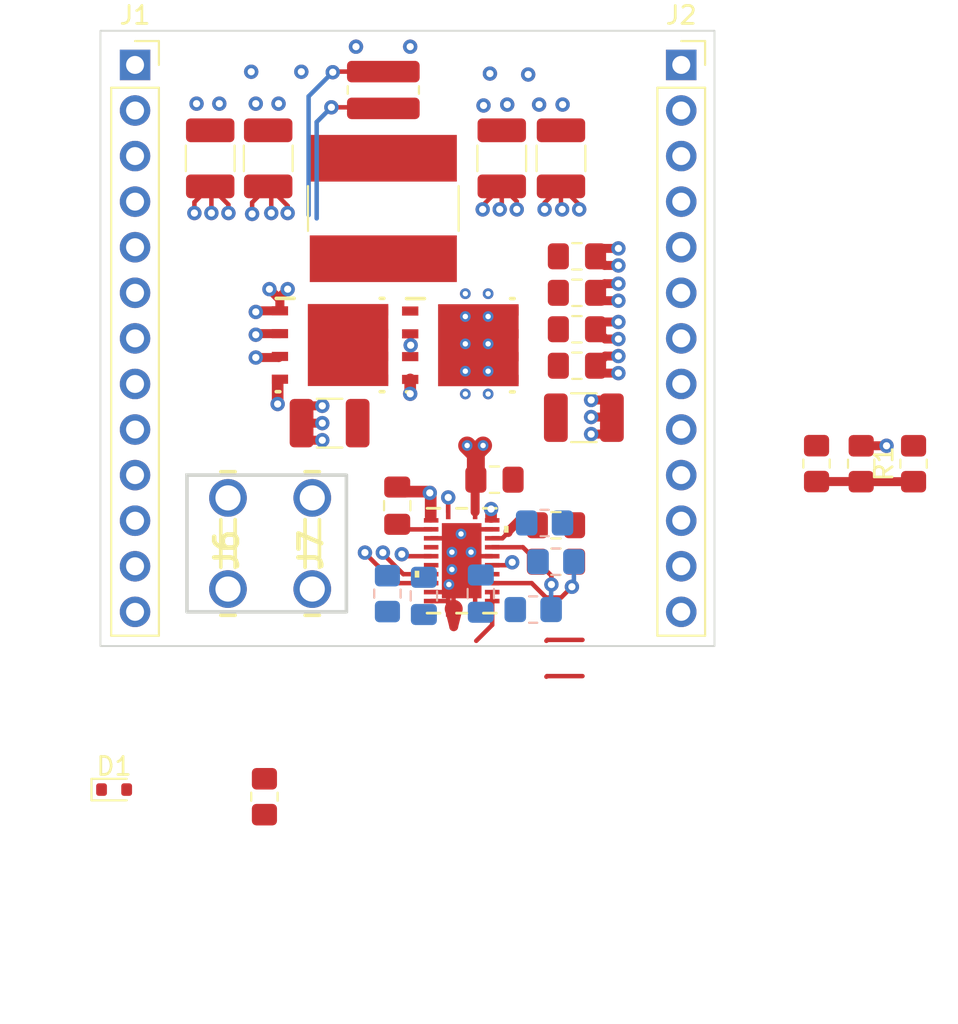
<source format=kicad_pcb>
(kicad_pcb (version 20221018) (generator pcbnew)
  (layers (0 "F.Cu" signal) (1 "In1.Cu" power) (2 "In2.Cu" power) (31 "B.Cu" signal) (34 "B.Paste" user) (35 "F.Paste" user) (36 "B.SilkS" user "B.Silkscreen") (37 "F.SilkS" user "F.Silkscreen") (38 "B.Mask" user) (39 "F.Mask" user) (44 "Edge.Cuts" user))
  (net 0 "")
  (net 1 "GND")
  (net 2 "/5.2V")
  (net 3 "/VDD")
  (net 4 "/24V")
  (net 5 "/~{MCLR}")
  (net 6 "/RA0")
  (net 7 "/RA1")
  (net 8 "/RA2")
  (net 9 "/RA3")
  (net 10 "/RA4")
  (net 11 "/RA5")
  (net 12 "/RA7")
  (net 13 "/RA6")
  (net 14 "/RC0")
  (net 15 "/RC1")
  (net 16 "/RC2")
  (net 17 "/RC3")
  (net 18 "/RC4")
  (net 19 "/RC5")
  (net 20 "/RC6")
  (net 21 "/RC7")
  (net 22 "/ICSP_CLK")
  (net 23 "/ICSP_DAT")
  (net 24 "GNDA")
  (net 25 "Net-(U4B-CBOOT)")
  (net 26 "Net-(U4B-SW)")
  (net 27 "/VDDA")
  (net 28 "Net-(U4B-VCC)")
  (net 29 "Net-(U4A-EXTCOMP)")
  (net 30 "Net-(C27-Pad1)")
  (net 31 "Net-(D1-K)")
  (net 32 "/ISNS+")
  (net 33 "Net-(U4A-HO)")
  (net 34 "unconnected-(Q2-S-Pad3)")
  (net 35 "Net-(U4A-LO)")
  (net 36 "Net-(U4A-FB)")
  (net 37 "Net-(U4A-CNFG)")
  (net 38 "Net-(U4A-RT)")
  (net 44 "/LED_OUT")
  (footprint "Connector_PinSocket_2.54mm:PinSocket_1x13_P2.54mm_Vertical" (layer "F.Cu") (at 165.125 72.136)
    (fp_text reference "J1" (at 0 -2.77) (layer "F.SilkS"))
    (fp_text value "Conn_01x13_Socket")
    (pad "1" thru_hole rect (at 0 0) (size 1.7 1.7) (drill 1) (layers "*.Cu" "*.Mask") (net 2 "/5.2V"))
    (pad "2" thru_hole oval (at 0 2.54) (size 1.7 1.7) (drill 1) (layers "*.Cu" "*.Mask") (net 2 "/5.2V"))
    (pad "3" thru_hole oval (at 0 5.08) (size 1.7 1.7) (drill 1) (layers "*.Cu" "*.Mask") (net 1 "GND"))
    (pad "4" thru_hole oval (at 0 7.62) (size 1.7 1.7) (drill 1) (layers "*.Cu" "*.Mask") (net 3 "/VDD"))
    (pad "5" thru_hole oval (at 0 10.16) (size 1.7 1.7) (drill 1) (layers "*.Cu" "*.Mask") (net 3 "/VDD"))
    (pad "6" thru_hole oval (at 0 12.7) (size 1.7 1.7) (drill 1) (layers "*.Cu" "*.Mask") (net 6 "/RA0"))
    (pad "7" thru_hole oval (at 0 15.24) (size 1.7 1.7) (drill 1) (layers "*.Cu" "*.Mask") (net 7 "/RA1"))
    (pad "8" thru_hole oval (at 0 17.78) (size 1.7 1.7) (drill 1) (layers "*.Cu" "*.Mask") (net 8 "/RA2"))
    (pad "9" thru_hole oval (at 0 20.32) (size 1.7 1.7) (drill 1) (layers "*.Cu" "*.Mask") (net 9 "/RA3"))
    (pad "10" thru_hole oval (at 0 22.86) (size 1.7 1.7) (drill 1) (layers "*.Cu" "*.Mask") (net 10 "/RA4"))
    (pad "11" thru_hole oval (at 0 25.4) (size 1.7 1.7) (drill 1) (layers "*.Cu" "*.Mask") (net 11 "/RA5"))
    (pad "12" thru_hole oval (at 0 27.94) (size 1.7 1.7) (drill 1) (layers "*.Cu" "*.Mask") (net 13 "/RA6"))
    (pad "13" thru_hole oval (at 0 30.48) (size 1.7 1.7) (drill 1) (layers "*.Cu" "*.Mask") (net 12 "/RA7"))
  )
  (footprint "Capacitor_SMD:C_1210_3225Metric_Pad1.33x2.70mm_HandSolder" (layer "F.Cu") (at 190.15055 91.7956)
    (fp_text reference "C26" hide)
    (fp_text value "10uF" hide)
    (pad "1" smd roundrect (at -1.5625 0) (size 1.325 2.7) (layers "F.Cu" "F.Paste" "F.Mask") (roundrect_rratio 0.1886792453) (net 4 "/24V"))
    (pad "2" smd roundrect (at 1.5625 0) (size 1.325 2.7) (layers "F.Cu" "F.Paste" "F.Mask") (roundrect_rratio 0.1886792453) (net 1 "GND"))
  )
  (footprint "Inductor_SMD:L_Bourns-SRN8040_8x8.15mm" (layer "F.Cu") (at 178.9684 80.137 -90)
    (fp_text reference "L1" hide)
    (fp_text value "3.6uH" hide)
    (pad "1" smd rect (at -2.8 0 270) (size 2.6 8.2) (layers "F.Cu" "F.Paste" "F.Mask") (net 32 "/ISNS+"))
    (pad "2" smd rect (at 2.8 0 270) (size 2.6 8.2) (layers "F.Cu" "F.Paste" "F.Mask") (net 26 "Net-(U4B-SW)"))
  )
  (footprint "Capacitor_SMD:C_0805_2012Metric_Pad1.18x1.45mm_HandSolder" (layer "F.Cu") (at 189.764401 82.804)
    (fp_text reference "C14" hide)
    (fp_text value "0.01uF" hide)
    (pad "1" smd roundrect (at -1.0375 0) (size 1.175 1.45) (layers "F.Cu" "F.Paste" "F.Mask") (roundrect_rratio 0.2127659574) (net 4 "/24V"))
    (pad "2" smd roundrect (at 1.0375 0) (size 1.175 1.45) (layers "F.Cu" "F.Paste" "F.Mask") (roundrect_rratio 0.2127659574) (net 1 "GND"))
  )
  (footprint "Capacitor_SMD:C_0805_2012Metric_Pad1.18x1.45mm_HandSolder" (layer "F.Cu") (at 188.595 99.822)
    (fp_text reference "C23" hide)
    (fp_text value "100nF" hide)
    (pad "1" smd roundrect (at -1.0375 0) (size 1.175 1.45) (layers "F.Cu" "F.Paste" "F.Mask") (roundrect_rratio 0.2127659574) (net 27 "/VDDA"))
    (pad "2" smd roundrect (at 1.0375 0) (size 1.175 1.45) (layers "F.Cu" "F.Paste" "F.Mask") (roundrect_rratio 0.2127659574) (net 24 "GNDA"))
  )
  (footprint "Capacitor_SMD:C_0805_2012Metric_Pad1.18x1.45mm_HandSolder" (layer "F.Cu") (at 189.764401 88.9)
    (fp_text reference "C18" hide)
    (fp_text value "0.01uF" hide)
    (pad "1" smd roundrect (at -1.0375 0) (size 1.175 1.45) (layers "F.Cu" "F.Paste" "F.Mask") (roundrect_rratio 0.2127659574) (net 4 "/24V"))
    (pad "2" smd roundrect (at 1.0375 0) (size 1.175 1.45) (layers "F.Cu" "F.Paste" "F.Mask") (roundrect_rratio 0.2127659574) (net 1 "GND"))
  )
  (footprint "Capacitor_SMD:C_1210_3225Metric_Pad1.33x2.70mm_HandSolder" (layer "F.Cu") (at 169.3164 77.343 -90)
    (fp_text reference "C11" hide)
    (fp_text value "47uF" hide)
    (pad "1" smd roundrect (at -1.5625 0 270) (size 1.325 2.7) (layers "F.Cu" "F.Paste" "F.Mask") (roundrect_rratio 0.1886792453) (net 44 "/LED_OUT"))
    (pad "2" smd roundrect (at 1.5625 0 270) (size 1.325 2.7) (layers "F.Cu" "F.Paste" "F.Mask") (roundrect_rratio 0.1886792453) (net 1 "GND"))
  )
  (footprint "Capacitor_SMD:C_1210_3225Metric_Pad1.33x2.70mm_HandSolder" (layer "F.Cu") (at 172.5504 77.343 -90)
    (fp_text reference "C10" hide)
    (fp_text value "47uF" hide)
    (pad "1" smd roundrect (at -1.5625 0 270) (size 1.325 2.7) (layers "F.Cu" "F.Paste" "F.Mask") (roundrect_rratio 0.1886792453) (net 44 "/LED_OUT"))
    (pad "2" smd roundrect (at 1.5625 0 270) (size 1.325 2.7) (layers "F.Cu" "F.Paste" "F.Mask") (roundrect_rratio 0.1886792453) (net 1 "GND"))
  )
  (footprint "Resistor_SMD:R_0805_2012Metric_Pad1.20x1.40mm_HandSolder" (layer "F.Cu") (at 208.534 94.361 90)
    (fp_text reference "R1" (at 0 -1.65 90) (layer "F.SilkS"))
    (fp_text value "22.5k")
    (pad "1" smd roundrect (at -1 0 90) (size 1.2 1.4) (layers "F.Cu" "F.Paste" "F.Mask") (roundrect_rratio 0.208333) (net 36 "Net-(U4A-FB)"))
    (pad "2" smd roundrect (at 1 0 90) (size 1.2 1.4) (layers "F.Cu" "F.Paste" "F.Mask") (roundrect_rratio 0.208333) (net 31 "Net-(D1-K)"))
  )
  (footprint "Capacitor_SMD:C_1210_3225Metric_Pad1.33x2.70mm_HandSolder" (layer "F.Cu") (at 188.8744 77.343 -90)
    (fp_text reference "C16" hide)
    (fp_text value "47uF" hide)
    (pad "1" smd roundrect (at -1.5625 0 270) (size 1.325 2.7) (layers "F.Cu" "F.Paste" "F.Mask") (roundrect_rratio 0.1886792453) (net 44 "/LED_OUT"))
    (pad "2" smd roundrect (at 1.5625 0 270) (size 1.325 2.7) (layers "F.Cu" "F.Paste" "F.Mask") (roundrect_rratio 0.1886792453) (net 1 "GND"))
  )
  (footprint "NetTie:NetTie-2_SMD_Pad0.5mm" (layer "F.Cu") (at 182.893551 102.947269 90)
    (fp_text reference "NT2" hide)
    (fp_text value "NetTie_2" hide)
    (fp_poly (pts (xy -0.5 -0.25) (xy 0.5 -0.5) (xy 0.49 0.5) (xy -0.5 0.25)) (fill solid) (layer "F.Cu"))
    (pad "1" smd circle (at -0.5 0 90) (size 0.5 0.5) (layers "F.Cu") (net 24 "GNDA"))
    (pad "2" smd circle (at 0.5 0 90) (size 1 1) (layers "F.Cu") (net 1 "GND"))
  )
  (footprint "Capacitor_SMD:C_1210_3225Metric_Pad1.33x2.70mm_HandSolder" (layer "F.Cu") (at 175.972201 92.1004 180)
    (fp_text reference "C15" hide)
    (fp_text value "10uF" hide)
    (pad "1" smd roundrect (at -1.5625 0 180) (size 1.325 2.7) (layers "F.Cu" "F.Paste" "F.Mask") (roundrect_rratio 0.1886792453) (net 4 "/24V"))
    (pad "2" smd roundrect (at 1.5625 0 180) (size 1.325 2.7) (layers "F.Cu" "F.Paste" "F.Mask") (roundrect_rratio 0.1886792453) (net 1 "GND"))
  )
  (footprint "Capacitor_SMD:C_0805_2012Metric_Pad1.18x1.45mm_HandSolder" (layer "F.Cu") (at 189.764401 86.868)
    (fp_text reference "C13" hide)
    (fp_text value "0.01uF" hide)
    (pad "1" smd roundrect (at -1.0375 0) (size 1.175 1.45) (layers "F.Cu" "F.Paste" "F.Mask") (roundrect_rratio 0.2127659574) (net 4 "/24V"))
    (pad "2" smd roundrect (at 1.0375 0) (size 1.175 1.45) (layers "F.Cu" "F.Paste" "F.Mask") (roundrect_rratio 0.2127659574) (net 1 "GND"))
  )
  (footprint "FASTON:726386-2" (layer "F.Cu") (at 170.307 98.806 90)
    (fp_text reference "J6" (at -0.349 -0.075 90) (layer "F.SilkS") (effects (font (size 1.27 1.27) (thickness 0.254))))
    (fp_text value "726386-2" hide)
    (pad "1" thru_hole circle (at -2.54 0 90) (size 2.1 2.1) (drill 1.4) (layers "*.Cu" "*.Mask") (net 4 "/24V"))
    (pad "2" thru_hole circle (at 2.54 0 90) (size 2.1 2.1) (drill 1.4) (layers "*.Cu" "*.Mask") (net 4 "/24V"))
  )
  (footprint "NMOS-CSD18514:DQJ0008A" (layer "F.Cu") (at 175.997601 87.746002)
    (fp_text reference "Q2" hide)
    (fp_text value "NMOS" hide)
    (pad "1" smd rect (at -2.795001 -1.905) (size 0.910001 0.509999) (layers "F.Cu" "F.Paste" "F.Mask") (net 1 "GND"))
    (pad "2" smd rect (at -2.795001 -0.635) (size 0.910001 0.509999) (layers "F.Cu" "F.Paste" "F.Mask") (net 1 "GND"))
    (pad "3" smd rect (at -2.795001 0.635) (size 0.910001 0.509999) (layers "F.Cu" "F.Paste" "F.Mask") (net 34 "unconnected-(Q2-S-Pad3)"))
    (pad "4" smd rect (at -2.795001 1.905) (size 0.910001 0.509999) (layers "F.Cu" "F.Paste" "F.Mask") (net 35 "Net-(U4A-LO)"))
    (pad "5" smd rect (at 2.795001 1.905) (size 0.910001 0.509999) (layers "F.Cu" "F.Paste" "F.Mask") (net 26 "Net-(U4B-SW)"))
    (pad "6" smd rect (at 2.795001 0.635) (size 0.910001 0.509999) (layers "F.Cu" "F.Paste" "F.Mask") (net 26 "Net-(U4B-SW)"))
    (pad "7" smd rect (at 2.795001 -0.635) (size 0.910001 0.509999) (layers "F.Cu" "F.Paste" "F.Mask") (net 26 "Net-(U4B-SW)"))
    (pad "8" smd rect (at 2.795001 -1.905) (size 0.910001 0.509999) (layers "F.Cu" "F.Paste" "F.Mask") (net 26 "Net-(U4B-SW)"))
    (pad "9" smd rect (at 1.005002 0) (size 4.490001 4.570001) (layers "F.Cu") (net 26 "Net-(U4B-SW)"))
  )
  (footprint "Resistor_SMD:R_0805_2012Metric_Pad1.20x1.40mm_HandSolder" (layer "F.Cu") (at 203.1238 94.354931 90)
    (fp_text reference "R7" hide)
    (fp_text value "10k" hide)
    (pad "1" smd roundrect (at -1 0 90) (size 1.2 1.4) (layers "F.Cu" "F.Paste" "F.Mask") (roundrect_rratio 0.2083333333) (net 36 "Net-(U4A-FB)"))
    (pad "2" smd roundrect (at 1 0 90) (size 1.2 1.4) (layers "F.Cu" "F.Paste" "F.Mask") (roundrect_rratio 0.2083333333) (net 24 "GNDA"))
  )
  (footprint "Capacitor_SMD:C_0805_2012Metric_Pad1.18x1.45mm_HandSolder" (layer "F.Cu") (at 179.743951 96.698869 90)
    (fp_text reference "C22" hide)
    (fp_text value "100nF" hide)
    (pad "1" smd roundrect (at -1.0375 0 90) (size 1.175 1.45) (layers "F.Cu" "F.Paste" "F.Mask") (roundrect_rratio 0.2127659574) (net 25 "Net-(U4B-CBOOT)"))
    (pad "2" smd roundrect (at 1.0375 0 90) (size 1.175 1.45) (layers "F.Cu" "F.Paste" "F.Mask") (roundrect_rratio 0.2127659574) (net 26 "Net-(U4B-SW)"))
  )
  (footprint "Capacitor_SMD:C_0805_2012Metric_Pad1.18x1.45mm_HandSolder" (layer "F.Cu") (at 185.166 95.25)
    (fp_text reference "C21" hide)
    (fp_text value "470nF" hide)
    (pad "1" smd roundrect (at -1.0375 0) (size 1.175 1.45) (layers "F.Cu" "F.Paste" "F.Mask") (roundrect_rratio 0.2127659574) (net 4 "/24V"))
    (pad "2" smd roundrect (at 1.0375 0) (size 1.175 1.45) (layers "F.Cu" "F.Paste" "F.Mask") (roundrect_rratio 0.2127659574) (net 1 "GND"))
  )
  (footprint "Capacitor_SMD:C_0805_2012Metric_Pad1.18x1.45mm_HandSolder" (layer "F.Cu") (at 188.595 97.79)
    (fp_text reference "C24" hide)
    (fp_text value "4.7uF" hide)
    (pad "1" smd roundrect (at -1.0375 0) (size 1.175 1.45) (layers "F.Cu" "F.Paste" "F.Mask") (roundrect_rratio 0.2127659574) (net 28 "Net-(U4B-VCC)"))
    (pad "2" smd roundrect (at 1.0375 0) (size 1.175 1.45) (layers "F.Cu" "F.Paste" "F.Mask") (roundrect_rratio 0.2127659574) (net 1 "GND"))
  )
  (footprint "Resistor_SMD:R_0805_2012Metric_Pad1.20x1.40mm_HandSolder" (layer "F.Cu") (at 205.613 94.361 -90)
    (fp_text reference "R8" hide)
    (fp_text value "140k" hide)
    (pad "1" smd roundrect (at -1 0 270) (size 1.2 1.4) (layers "F.Cu" "F.Paste" "F.Mask") (roundrect_rratio 0.2083333333) (net 44 "/LED_OUT"))
    (pad "2" smd roundrect (at 1 0 270) (size 1.2 1.4) (layers "F.Cu" "F.Paste" "F.Mask") (roundrect_rratio 0.2083333333) (net 36 "Net-(U4A-FB)"))
  )
  (footprint "NMOS-CSD18514:DQJ0008A" (layer "F.Cu") (at 183.262001 87.757)
    (fp_text reference "Q1" hide)
    (fp_text value "NMOS" hide)
    (pad "1" smd rect (at -2.795001 -1.905) (size 0.910001 0.509999) (layers "F.Cu" "F.Paste" "F.Mask") (net 26 "Net-(U4B-SW)"))
    (pad "2" smd rect (at -2.795001 -0.635) (size 0.910001 0.509999) (layers "F.Cu" "F.Paste" "F.Mask") (net 26 "Net-(U4B-SW)"))
    (pad "3" smd rect (at -2.795001 0.635) (size 0.910001 0.509999) (layers "F.Cu" "F.Paste" "F.Mask") (net 26 "Net-(U4B-SW)"))
    (pad "4" smd rect (at -2.795001 1.905) (size 0.910001 0.509999) (layers "F.Cu" "F.Paste" "F.Mask") (net 33 "Net-(U4A-HO)"))
    (pad "5" smd rect (at 2.795001 1.905) (size 0.910001 0.509999) (layers "F.Cu" "F.Paste" "F.Mask") (net 4 "/24V"))
    (pad "6" smd rect (at 2.795001 0.635) (size 0.910001 0.509999) (layers "F.Cu" "F.Paste" "F.Mask") (net 4 "/24V"))
    (pad "7" smd rect (at 2.795001 -0.635) (size 0.910001 0.509999) (layers "F.Cu" "F.Paste" "F.Mask") (net 4 "/24V"))
    (pad "8" smd rect (at 2.795001 -1.905) (size 0.910001 0.509999) (layers "F.Cu" "F.Paste" "F.Mask") (net 4 "/24V"))
    (pad "9" smd rect (at 1.005002 0) (size 4.490001 4.570001) (layers "F.Cu") (net 4 "/24V"))
  )
  (footprint "LM5148:VQFN24_RGY_TEX" (layer "F.Cu") (at 183.3372 99.7662 180)
    (fp_text reference "U4" hide)
    (fp_text value "LM5148RGYR" hide)
    (pad "1" smd rect (at -0.750001 -2.7178 180) (size 0.254 0.8128) (layers "F.Cu" "F.Paste" "F.Mask"))
    (pad "2" smd rect (at -1.7018 -2.250001 270) (size 0.254 0.8128) (layers "F.Cu" "F.Paste" "F.Mask"))
    (pad "3" smd rect (at -1.7018 -1.749999 270) (size 0.254 0.8128) (layers "F.Cu" "F.Paste" "F.Mask") (net 37 "Net-(U4A-CNFG)"))
    (pad "4" smd rect (at -1.7018 -1.25 270) (size 0.254 0.8128) (layers "F.Cu" "F.Paste" "F.Mask") (net 38 "Net-(U4A-RT)"))
    (pad "5" smd rect (at -1.7018 -0.750001 270) (size 0.254 0.8128) (layers "F.Cu" "F.Paste" "F.Mask") (net 29 "Net-(U4A-EXTCOMP)"))
    (pad "6" smd rect (at -1.7018 -0.25 270) (size 0.254 0.8128) (layers "F.Cu" "F.Paste" "F.Mask") (net 36 "Net-(U4A-FB)"))
    (pad "7" smd rect (at -1.7018 0.25 270) (size 0.254 0.8128) (layers "F.Cu" "F.Paste" "F.Mask") (net 1 "GND"))
    (pad "8" smd rect (at -1.7018 0.750001 270) (size 0.254 0.8128) (layers "F.Cu" "F.Paste" "F.Mask") (net 27 "/VDDA"))
    (pad "9" smd rect (at -1.7018 1.25 270) (size 0.254 0.8128) (layers "F.Cu" "F.Paste" "F.Mask") (net 28 "Net-(U4B-VCC)"))
    (pad "10" smd rect (at -1.7018 1.749999 270) (size 0.254 0.8128) (layers "F.Cu" "F.Paste" "F.Mask") (net 1 "GND"))
    (pad "11" smd rect (at -1.7018 2.250001 270) (size 0.254 0.8128) (layers "F.Cu" "F.Paste" "F.Mask") (net 35 "Net-(U4A-LO)"))
    (pad "12" smd rect (at -0.750001 2.7178 180) (size 0.254 0.8128) (layers "F.Cu" "F.Paste" "F.Mask") (net 4 "/24V"))
    (pad "13" smd rect (at 0.750001 2.7178 180) (size 0.254 0.8128) (layers "F.Cu" "F.Paste" "F.Mask") (net 33 "Net-(U4A-HO)"))
    (pad "14" smd rect (at 1.7018 2.250001 270) (size 0.254 0.8128) (layers "F.Cu" "F.Paste" "F.Mask") (net 26 "Net-(U4B-SW)"))
    (pad "15" smd rect (at 1.7018 1.749999 270) (size 0.254 0.8128) (layers "F.Cu" "F.Paste" "F.Mask") (net 25 "Net-(U4B-CBOOT)"))
    (pad "16" smd rect (at 1.7018 1.25 270) (size 0.254 0.8128) (layers "F.Cu" "F.Paste" "F.Mask") (net 1 "GND"))
    (pad "17" smd rect (at 1.7018 0.750001 270) (size 0.254 0.8128) (layers "F.Cu" "F.Paste" "F.Mask") (net 6 "/RA0"))
    (pad "18" smd rect (at 1.7018 0.25 270) (size 0.254 0.8128) (layers "F.Cu" "F.Paste" "F.Mask") (net 27 "/VDDA"))
    (pad "19" smd rect (at 1.7018 -0.25 270) (size 0.254 0.8128) (layers "F.Cu" "F.Paste" "F.Mask") (net 7 "/RA1"))
    (pad "20" smd rect (at 1.7018 -0.750001 270) (size 0.254 0.8128) (layers "F.Cu" "F.Paste" "F.Mask") (net 32 "/ISNS+"))
    (pad "21" smd rect (at 1.7018 -1.25 270) (size 0.254 0.8128) (layers "F.Cu" "F.Paste" "F.Mask") (net 44 "/LED_OUT"))
    (pad "22" smd rect (at 1.7018 -1.749999 270) (size 0.254 0.8128) (layers "F.Cu" "F.Paste" "F.Mask"))
    (pad "23" smd rect (at 1.7018 -2.250001 270) (size 0.254 0.8128) (layers "F.Cu" "F.Paste" "F.Mask"))
    (pad "24" smd rect (at 0.750001 -2.7178 180) (size 0.254 0.8128) (layers "F.Cu" "F.Paste" "F.Mask"))
    (pad "25" smd rect (at 0 0 180) (size 2.2098 4.191) (layers "F.Cu" "F.Paste" "F.Mask") (net 1 "GND"))
  )
  (footprint "FASTON:726386-2" (layer "F.Cu") (at 175.006 98.806 90)
    (fp_text reference "J7" (at -0.349 -0.075 90) (layer "F.SilkS") (effects (font (size 1.27 1.27) (thickness 0.254))))
    (fp_text value "726386-2" hide)
    (pad "1" thru_hole circle (at -2.54 0 90) (size 2.1 2.1) (drill 1.4) (layers "*.Cu" "*.Mask") (net 1 "GND"))
    (pad "2" thru_hole circle (at 2.54 0 90) (size 2.1 2.1) (drill 1.4) (layers "*.Cu" "*.Mask") (net 1 "GND"))
  )
  (footprint "Diode_SMD:D_SOD-523" (layer "F.Cu") (at 163.957 112.522)
    (fp_text reference "D1" (at 0 -1.3) (layer "F.SilkS"))
    (fp_text value "1N4448")
    (pad "1" smd roundrect (at -0.7 0 180) (size 0.6 0.7) (layers "F.Cu" "F.Paste" "F.Mask") (net 31 "Net-(D1-K)"))
    (pad "2" smd roundrect (at 0.7 0 180) (size 0.6 0.7) (layers "F.Cu" "F.Paste" "F.Mask") (net 8 "/RA2"))
  )
  (footprint "Capacitor_SMD:C_0805_2012Metric_Pad1.18x1.45mm_HandSolder" (layer "F.Cu") (at 189.764401 84.836)
    (fp_text reference "C12" hide)
    (fp_text value "0.01uF" hide)
    (pad "1" smd roundrect (at -1.0375 0) (size 1.175 1.45) (layers "F.Cu" "F.Paste" "F.Mask") (roundrect_rratio 0.2127659574) (net 4 "/24V"))
    (pad "2" smd roundrect (at 1.0375 0) (size 1.175 1.45) (layers "F.Cu" "F.Paste" "F.Mask") (roundrect_rratio 0.2127659574) (net 1 "GND"))
  )
  (footprint "Resistor_SMD:R_0815_2038Metric_Pad1.20x4.05mm_HandSolder" (layer "F.Cu") (at 178.9684 73.533 -90)
    (fp_text reference "R3" hide)
    (fp_text value "10m" hide)
    (pad "1" smd roundrect (at -1.025 0 270) (size 1.2 4.05) (layers "F.Cu" "F.Paste" "F.Mask") (roundrect_rratio 0.2083333333) (net 44 "/LED_OUT"))
    (pad "2" smd roundrect (at 1.025 0 270) (size 1.2 4.05) (layers "F.Cu" "F.Paste" "F.Mask") (roundrect_rratio 0.2083333333) (net 32 "/ISNS+"))
  )
  (footprint "Connector_PinSocket_2.54mm:PinSocket_1x13_P2.54mm_Vertical" (layer "F.Cu") (at 195.58 72.136)
    (fp_text reference "J2" (at 0 -2.77) (layer "F.SilkS"))
    (fp_text value "Conn_01x13_Socket")
    (pad "1" thru_hole rect (at 0 0) (size 1.7 1.7) (drill 1) (layers "*.Cu" "*.Mask") (net 5 "/~{MCLR}"))
    (pad "2" thru_hole oval (at 0 2.54) (size 1.7 1.7) (drill 1) (layers "*.Cu" "*.Mask") (net 3 "/VDD"))
    (pad "3" thru_hole oval (at 0 5.08) (size 1.7 1.7) (drill 1) (layers "*.Cu" "*.Mask") (net 1 "GND"))
    (pad "4" thru_hole oval (at 0 7.62) (size 1.7 1.7) (drill 1) (layers "*.Cu" "*.Mask") (net 23 "/ICSP_DAT"))
    (pad "5" thru_hole oval (at 0 10.16) (size 1.7 1.7) (drill 1) (layers "*.Cu" "*.Mask") (net 22 "/ICSP_CLK"))
    (pad "6" thru_hole oval (at 0 12.7) (size 1.7 1.7) (drill 1) (layers "*.Cu" "*.Mask") (net 21 "/RC7"))
    (pad "7" thru_hole oval (at 0 15.24) (size 1.7 1.7) (drill 1) (layers "*.Cu" "*.Mask") (net 20 "/RC6"))
    (pad "8" thru_hole oval (at 0 17.78) (size 1.7 1.7) (drill 1) (layers "*.Cu" "*.Mask") (net 19 "/RC5"))
    (pad "9" thru_hole oval (at 0 20.32) (size 1.7 1.7) (drill 1) (layers "*.Cu" "*.Mask") (net 18 "/RC4"))
    (pad "10" thru_hole oval (at 0 22.86) (size 1.7 1.7) (drill 1) (layers "*.Cu" "*.Mask") (net 14 "/RC0"))
    (pad "11" thru_hole oval (at 0 25.4) (size 1.7 1.7) (drill 1) (layers "*.Cu" "*.Mask") (net 15 "/RC1"))
    (pad "12" thru_hole oval (at 0 27.94) (size 1.7 1.7) (drill 1) (layers "*.Cu" "*.Mask") (net 16 "/RC2"))
    (pad "13" thru_hole oval (at 0 30.48) (size 1.7 1.7) (drill 1) (layers "*.Cu" "*.Mask") (net 17 "/RC3"))
  )
  (footprint "Capacitor_SMD:C_1210_3225Metric_Pad1.33x2.70mm_HandSolder" (layer "F.Cu") (at 185.5724 77.343 -90)
    (fp_text reference "C17" hide)
    (fp_text value "47uF" hide)
    (pad "1" smd roundrect (at -1.5625 0 270) (size 1.325 2.7) (layers "F.Cu" "F.Paste" "F.Mask") (roundrect_rratio 0.1886792453) (net 44 "/LED_OUT"))
    (pad "2" smd roundrect (at 1.5625 0 270) (size 1.325 2.7) (layers "F.Cu" "F.Paste" "F.Mask") (roundrect_rratio 0.1886792453) (net 1 "GND"))
  )
  (footprint "Resistor_SMD:R_0805_2012Metric_Pad1.20x1.40mm_HandSolder" (layer "F.Cu") (at 172.339 112.919 90)
    (fp_text reference "R6" hide)
    (fp_text value "100k" hide)
    (pad "1" smd roundrect (at -1 0 90) (size 1.2 1.4) (layers "F.Cu" "F.Paste" "F.Mask") (roundrect_rratio 0.2083333333) (net 3 "/VDD"))
    (pad "2" smd roundrect (at 1 0 90) (size 1.2 1.4) (layers "F.Cu" "F.Paste" "F.Mask") (roundrect_rratio 0.2083333333) (net 6 "/RA0"))
  )
  (footprint "Resistor_SMD:R_0805_2012Metric_Pad1.20x1.40mm_HandSolder" (layer "B.Cu") (at 187.325 102.489 180)
    (fp_text reference "R9" hide)
    (fp_text value "10k" hide)
    (pad "1" smd roundrect (at -1 0 180) (size 1.2 1.4) (layers "B.Cu" "B.Paste" "B.Mask") (roundrect_rratio 0.2083333333) (net 27 "/VDDA"))
    (pad "2" smd roundrect (at 1 0 180) (size 1.2 1.4) (layers "B.Cu" "B.Paste" "B.Mask") (roundrect_rratio 0.2083333333) (net 29 "Net-(U4A-EXTCOMP)"))
  )
  (footprint "Resistor_SMD:R_0805_2012Metric_Pad1.20x1.40mm_HandSolder" (layer "B.Cu") (at 179.197 101.6 -90)
    (fp_text reference "R5" hide)
    (fp_text value "10k" hide)
    (pad "1" smd roundrect (at -1 0 270) (size 1.2 1.4) (layers "B.Cu" "B.Paste" "B.Mask") (roundrect_rratio 0.2083333333) (net 29 "Net-(U4A-EXTCOMP)"))
    (pad "2" smd roundrect (at 1 0 270) (size 1.2 1.4) (layers "B.Cu" "B.Paste" "B.Mask") (roundrect_rratio 0.2083333333) (net 30 "Net-(C27-Pad1)"))
  )
  (footprint "Capacitor_SMD:C_0805_2012Metric_Pad1.18x1.45mm_HandSolder" (layer "B.Cu") (at 181.229 101.727 90)
    (fp_text reference "C27" hide)
    (fp_text value "2.7nF" hide)
    (pad "1" smd roundrect (at -1.0375 0 90) (size 1.175 1.45) (layers "B.Cu" "B.Paste" "B.Mask") (roundrect_rratio 0.2127659574) (net 30 "Net-(C27-Pad1)"))
    (pad "2" smd roundrect (at 1.0375 0 90) (size 1.175 1.45) (layers "B.Cu" "B.Paste" "B.Mask") (roundrect_rratio 0.2127659574) (net 24 "GNDA"))
  )
  (footprint "Resistor_SMD:R_0805_2012Metric_Pad1.20x1.40mm_HandSolder" (layer "B.Cu") (at 187.96 97.663)
    (fp_text reference "R4" hide)
    (fp_text value "41.2k" hide)
    (pad "1" smd roundrect (at -1 0) (size 1.2 1.4) (layers "B.Cu" "B.Paste" "B.Mask") (roundrect_rratio 0.2083333333) (net 24 "GNDA"))
    (pad "2" smd roundrect (at 1 0) (size 1.2 1.4) (layers "B.Cu" "B.Paste" "B.Mask") (roundrect_rratio 0.2083333333) (net 37 "Net-(U4A-CNFG)"))
  )
  (footprint "Resistor_SMD:R_0805_2012Metric_Pad1.20x1.40mm_HandSolder" (layer "B.Cu") (at 188.595 99.822 180)
    (fp_text reference "Rt1" hide)
    (fp_text value "35.7k" hide)
    (pad "1" smd roundrect (at -1 0 180) (size 1.2 1.4) (layers "B.Cu" "B.Paste" "B.Mask") (roundrect_rratio 0.2083333333) (net 38 "Net-(U4A-RT)"))
    (pad "2" smd roundrect (at 1 0 180) (size 1.2 1.4) (layers "B.Cu" "B.Paste" "B.Mask") (roundrect_rratio 0.2083333333) (net 24 "GNDA"))
  )
  (footprint "Capacitor_SMD:C_0805_2012Metric_Pad1.18x1.45mm_HandSolder" (layer "B.Cu") (at 184.404 101.6 90)
    (fp_text reference "C25" hide)
    (fp_text value "22p" hide)
    (pad "1" smd roundrect (at -1.0375 0 90) (size 1.175 1.45) (layers "B.Cu" "B.Paste" "B.Mask") (roundrect_rratio 0.2127659574) (net 29 "Net-(U4A-EXTCOMP)"))
    (pad "2" smd roundrect (at 1.0375 0 90) (size 1.175 1.45) (layers "B.Cu" "B.Paste" "B.Mask") (roundrect_rratio 0.2127659574) (net 24 "GNDA"))
  )
  (gr_rect (start 163.195 70.231) (end 197.4342 104.521) (stroke (width 0.1)) (fill none) (layer "Edge.Cuts"))
  (gr_rect (start 168.021 94.996) (end 176.911 102.616) (stroke (width 0.2)) (fill none) (layer "Edge.Cuts"))
  (segment (start 185.039 101.516199) (end 185.039 102.016201) (width 0.25) (layer "F.Cu") (net 0))
  (via (at 184.912 72.6186) (size 0.8) (drill 0.4) (layers "F.Cu" "B.Cu") (net 0))
  (via (at 187.6552 74.3458) (size 0.8) (drill 0.4) (layers "F.Cu" "B.Cu") (net 0))
  (via (at 169.8244 74.295) (size 0.8) (drill 0.4) (layers "F.Cu" "B.Cu") (net 0))
  (via (at 168.5544 74.295) (size 0.8) (drill 0.4) (layers "F.Cu" "B.Cu") (net 0))
  (via (at 184.5564 74.3966) (size 0.8) (drill 0.4) (layers "F.Cu" "B.Cu") (net 0))
  (via (at 185.8772 74.3458) (size 0.8) (drill 0.4) (layers "F.Cu" "B.Cu") (net 0))
  (via (at 180.467 71.12) (size 0.8) (drill 0.4) (layers "F.Cu" "B.Cu") (net 0))
  (via (at 171.8564 74.295) (size 0.8) (drill 0.4) (layers "F.Cu" "B.Cu") (net 0))
  (via (at 173.1264 74.295) (size 0.8) (drill 0.4) (layers "F.Cu" "B.Cu") (net 0))
  (via (at 174.3964 72.517) (size 0.8) (drill 0.4) (layers "F.Cu" "B.Cu") (net 0))
  (via (at 177.4444 71.12) (size 0.8) (drill 0.4) (layers "F.Cu" "B.Cu") (net 0))
  (via (at 171.6024 72.517) (size 0.8) (drill 0.4) (layers "F.Cu" "B.Cu") (net 0))
  (via (at 188.9656 74.3458) (size 0.8) (drill 0.4) (layers "F.Cu" "B.Cu") (net 0))
  (via (at 187.0456 72.6694) (size 0.8) (drill 0.4) (layers "F.Cu" "B.Cu") (net 0))
  (segment (start 184.508394 79.969506) (end 185.5724 78.9055) (width 0.25) (layer "F.Cu") (net 1))
  (segment (start 173.2026 87.111002) (end 171.919199 87.111002) (width 0.5) (layer "F.Cu") (net 1))
  (segment (start 182.88 100.2234) (end 183.3372 99.7662) (width 0.25) (layer "F.Cu") (net 1))
  (segment (start 184.355599 98.016201) (end 185.039 98.016201) (width 0.25) (layer "F.Cu") (net 1))
  (segment (start 174.448201 91.1352) (end 175.565801 91.1352) (width 0.5) (layer "F.Cu") (net 1))
  (segment (start 170.3324 79.9215) (end 169.3164 78.9055) (width 0.25) (layer "F.Cu") (net 1))
  (segment (start 174.409701 92.1004) (end 174.409701 91.1983) (width 0.5) (layer "F.Cu") (net 1))
  (segment (start 186.4084 80.1878) (end 186.4084 79.7415) (width 0.25) (layer "F.Cu") (net 1))
  (segment (start 171.6532 80.4418) (end 171.6532 79.8027) (width 0.25) (layer "F.Cu") (net 1))
  (segment (start 189.8904 80.1878) (end 189.8904 79.9215) (width 0.25) (layer "F.Cu") (net 1))
  (segment (start 182.587199 102.484) (end 182.587199 102.032869) (width 0.25) (layer "F.Cu") (net 1))
  (segment (start 173.2026 85.841002) (end 173.2026 85.215999) (width 0.5) (layer "F.Cu") (net 1))
  (segment (start 190.55695 90.809994) (end 191.71305 90.809994) (width 0.5) (layer "F.Cu") (net 1))
  (segment (start 191.340295 88.361606) (end 190.801901 88.9) (width 0.5) (layer "F.Cu") (net 1))
  (segment (start 182.318801 101.516199) (end 183.3372 100.4978) (width 0.25) (layer "F.Cu") (net 1))
  (segment (start 191.71305 92.71) (end 191.71305 91.7956) (width 0.5) (layer "F.Cu") (net 1))
  (segment (start 172.72 80.391) (end 172.72 79.0751) (width 0.25) (layer "F.Cu") (net 1))
  (segment (start 182.88 102.497) (end 182.88 100.2234) (width 0.25) (layer "F.Cu") (net 1))
  (segment (start 173.2026 85.065601) (end 173.635401 84.6328) (width 0.5) (layer "F.Cu") (net 1))
  (segment (start 182.587199 102.032869) (end 182.587199 100.516201) (width 0.25) (layer "F.Cu") (net 1))
  (segment (start 173.6344 80.391) (end 173.6344 79.9895) (width 0.25) (layer "F.Cu") (net 1))
  (segment (start 186.4084 79.7415) (end 185.5724 78.9055) (width 0.25) (layer "F.Cu") (net 1))
  (segment (start 188.8744 80.121803) (end 188.8744 78.9055) (width 0.25) (layer "F.Cu") (net 1))
  (segment (start 191.309901 84.328) (end 190.801901 84.836) (width 0.5) (layer "F.Cu") (net 1))
  (segment (start 183.3372 99.534599) (end 183.3372 99.7662) (width 0.25) (layer "F.Cu") (net 1))
  (segment (start 185.039 99.5162) (end 183.5872 99.5162) (width 0.25) (layer "F.Cu") (net 1))
  (segment (start 192.075801 85.278003) (end 191.243904 85.278003) (width 0.5) (layer "F.Cu") (net 1))
  (segment (start 189.8904 79.9215) (end 188.8744 78.9055) (width 0.25) (layer "F.Cu") (net 1))
  (segment (start 174.514198 93.050403) (end 175.565801 93.050403) (width 0.5) (layer "F.Cu") (net 1))
  (segment (start 169.382397 78.971497) (end 169.3164 78.9055) (width 0.25) (layer "F.Cu") (net 1))
  (segment (start 192.075801 82.361997) (end 191.243904 82.361997) (width 0.5) (layer "F.Cu") (net 1))
  (segment (start 183.3372 99.7662) (end 183.3372 99.0346) (width 0.25) (layer "F.Cu") (net 1))
  (segment (start 171.919199 87.111002) (end 171.857401 87.1728) (width 0.5) (layer "F.Cu") (net 1))
  (segment (start 183.3372 100.4978) (end 183.3372 99.7662) (width 0.25) (layer "F.Cu") (net 1))
  (segment (start 190.801901 88.9) (end 191.21351 89.311609) (width 0.5) (layer "F.Cu") (net 1))
  (segment (start 174.499001 93.0656) (end 174.514198 93.050403) (width 0.5) (layer "F.Cu") (net 1))
  (segment (start 191.309901 83.312) (end 190.801901 82.804) (width 0.5) (layer "F.Cu") (net 1))
  (segment (start 174.409701 92.1004) (end 174.409701 92.9763) (width 0.5) (layer "F.Cu") (net 1))
  (segment (start 173.6344 79.9895) (end 172.5504 78.9055) (width 0.25) (layer "F.Cu") (net 1))
  (segment (start 181.6354 101.516199) (end 182.318801 101.516199) (width 0.25) (layer "F.Cu") (net 1))
  (segment (start 175.565801 92.1004) (end 174.409701 92.1004) (width 0.5) (layer "F.Cu") (net 1))
  (segment (start 190.55695 91.759997) (end 191.677447 91.759997) (width 0.5) (layer "F.Cu") (net 1))
  (segment (start 187.96 80.1878) (end 187.96 79.8199) (width 0.25) (layer "F.Cu") (net 1))
  (segment (start 184.087201 100.516201) (end 183.3372 99.7662) (width 0.25) (layer "F.Cu") (net 1))
  (segment (start 183.3372 99.0346) (end 184.355599 98.016201) (width 0.25) (layer "F.Cu") (net 1))
  (segment (start 190.55695 92.71) (end 191.71305 92.71) (width 0.5) (layer "F.Cu") (net 1))
  (segment (start 191.345504 87.411603) (end 190.801901 86.868) (width 0.5) (layer "F.Cu") (net 1))
  (segment (start 172.72 79.0751) (end 172.5504 78.9055) (width 0.25) (layer "F.Cu") (net 1))
  (segment (start 191.21351 89.311609) (end 192.075801 89.311609) (width 0.5) (layer "F.Cu") (net 1))
  (segment (start 174.409701 92.9763) (end 174.499001 93.0656) (width 0.5) (layer "F.Cu") (net 1))
  (segment (start 170.3324 80.391) (end 170.3324 79.9215) (width 0.25) (layer "F.Cu") (net 1))
  (segment (start 174.409701 91.1983) (end 174.397401 91.186) (width 0.5) (layer "F.Cu") (net 1))
  (segment (start 171.6532 79.8027) (end 172.5504 78.9055) (width 0.25) (layer "F.Cu") (net 1))
  (segment (start 192.075801 86.4616) (end 191.208301 86.4616) (width 0.5) (layer "F.Cu") (net 1))
  (segment (start 181.6354 102.016201) (end 182.570531 102.016201) (width 0.25) (layer "F.Cu") (net 1))
  (segment (start 192.075801 87.411603) (end 191.345504 87.411603) (width 0.5) (layer "F.Cu") (net 1))
  (segment (start 191.243904 82.361997) (end 190.801901 82.804) (width 0.5) (layer "F.Cu") (net 1))
  (segment (start 187.96 79.8199) (end 188.8744 78.9055) (width 0.25) (layer "F.Cu") (net 1))
  (segment (start 185.5724 80.073797) (end 185.5724 78.9055) (width 0.25) (layer "F.Cu") (net 1))
  (segment (start 191.208301 86.4616) (end 190.801901 86.868) (width 0.5) (layer "F.Cu") (net 1))
  (segment (start 191.243904 85.278003) (end 190.801901 84.836) (width 0.5) (layer "F.Cu") (net 1))
  (segment (start 191.71305 90.809994) (end 191.71305 91.7956) (width 0.5) (layer "F.Cu") (net 1))
  (segment (start 188.940397 80.1878) (end 188.8744 80.121803) (width 0.25) (layer "F.Cu") (net 1))
  (segment (start 192.075801 88.361606) (end 191.340295 88.361606) (width 0.5) (layer "F.Cu") (net 1))
  (segment (start 182.570531 102.016201) (end 182.587199 102.032869) (width 0.25) (layer "F.Cu") (net 1))
  (segment (start 173.2026 85.841002) (end 173.2026 85.065601) (width 0.5) (layer "F.Cu") (net 1))
  (segment (start 169.382397 80.391) (end 169.382397 78.971497) (width 0.25) (layer "F.Cu") (net 1))
  (segment (start 173.2026 85.215999) (end 172.619401 84.6328) (width 0.5) (layer "F.Cu") (net 1))
  (segment (start 174.397401 91.186) (end 174.448201 91.1352) (width 0.5) (layer "F.Cu") (net 1))
  (segment (start 191.677447 91.759997) (end 191.71305 91.7956) (width 0.5) (layer "F.Cu") (net 1))
  (segment (start 182.587199 100.516201) (end 183.3372 99.7662) (width 0.25) (layer "F.Cu") (net 1))
  (segment (start 181.6354 98.5162) (end 182.318801 98.5162) (width 0.25) (layer "F.Cu") (net 1))
  (segment (start 192.075801 83.312) (end 191.309901 83.312) (width 0.5) (layer "F.Cu") (net 1))
  (segment (start 182.318801 98.5162) (end 183.3372 99.534599) (width 0.25) (layer "F.Cu") (net 1))
  (segment (start 192.075801 84.328) (end 191.309901 84.328) (width 0.5) (layer "F.Cu") (net 1))
  (segment (start 184.087201 102.484) (end 184.087201 100.516201) (width 0.25) (layer "F.Cu") (net 1))
  (segment (start 184.508394 80.1878) (end 184.508394 79.969506) (width 0.25) (layer "F.Cu") (net 1))
  (segment (start 185.458397 80.1878) (end 185.5724 80.073797) (width 0.25) (layer "F.Cu") (net 1))
  (segment (start 173.2026 85.841002) (end 171.919199 85.841002) (width 0.5) (layer "F.Cu") (net 1))
  (segment (start 168.434397 79.787503) (end 169.3164 78.9055) (width 0.25) (layer "F.Cu") (net 1))
  (segment (start 171.919199 85.841002) (end 171.857401 85.9028) (width 0.5) (layer "F.Cu") (net 1))
  (segment (start 168.434397 80.391) (end 168.434397 79.787503) (width 0.25) (layer "F.Cu") (net 1))
  (via (at 189.8904 80.1878) (size 0.8) (drill 0.4) (layers "F.Cu" "B.Cu") (net 1))
  (via (at 190.55695 92.71) (size 0.8) (drill 0.4) (layers "F.Cu" "B.Cu") (net 1))
  (via (at 190.55695 90.809994) (size 0.8) (drill 0.4) (layers "F.Cu" "B.Cu") (net 1))
  (via (at 182.791951 100.254869) (size 0.6) (drill 0.3) (layers "F.Cu" "B.Cu") (net 1))
  (via (at 182.791951 99.289669) (size 0.6) (drill 0.3) (layers "F.Cu" "B.Cu") (net 1))
  (via (at 185.458397 80.1878) (size 0.8) (drill 0.4) (layers "F.Cu" "B.Cu") (net 1))
  (via (at 192.075801 82.361997) (size 0.8) (drill 0.4) (layers "F.Cu" "B.Cu") (net 1))
  (via (at 192.075801 89.311609) (size 0.8) (drill 0.4) (layers "F.Cu" "B.Cu") (net 1))
  (via (at 183.858751 99.289669) (size 0.6) (drill 0.3) (layers "F.Cu" "B.Cu") (net 1))
  (via (at 170.3324 80.391) (size 0.8) (drill 0.4) (layers "F.Cu" "B.Cu") (net 1))
  (via (at 190.55695 91.759997) (size 0.8) (drill 0.4) (layers "F.Cu" "B.Cu") (net 1))
  (via (at 182.626 101.092) (size 0.6) (drill 0.3) (layers "F.Cu" "B.Cu") (net 1))
  (via (at 168.434397 80.391) (size 0.8) (drill 0.4) (layers "F.Cu" "B.Cu") (net 1))
  (via (at 173.6344 80.391) (size 0.8) (drill 0.4) (layers "F.Cu" "B.Cu") (net 1))
  (via (at 175.565801 93.050403) (size 0.8) (drill 0.4) (layers "F.Cu" "B.Cu") (net 1))
  (via (at 187.96 80.1878) (size 0.8) (drill 0.4) (layers "F.Cu" "B.Cu") (net 1))
  (via (at 171.6532 80.4418) (size 0.8) (drill 0.4) (layers "F.Cu" "B.Cu") (net 1))
  (via (at 192.075801 87.411603) (size 0.8) (drill 0.4) (layers "F.Cu" "B.Cu") (net 1))
  (via (at 188.940397 80.1878) (size 0.8) (drill 0.4) (layers "F.Cu" "B.Cu") (net 1))
  (via (at 173.635401 84.6328) (size 0.8) (drill 0.4) (layers "F.Cu" "B.Cu") (net 1))
  (via (at 171.857401 87.1728) (size 0.8) (drill 0.4) (layers "F.Cu" "B.Cu") (net 1))
  (via (at 192.075801 84.328) (size 0.8) (drill 0.4) (layers "F.Cu" "B.Cu") (net 1))
  (via (at 186.4084 80.1878) (size 0.8) (drill 0.4) (layers "F.Cu" "B.Cu") (net 1))
  (via (at 192.075801 86.4616) (size 0.8) (drill 0.4) (layers "F.Cu" "B.Cu") (net 1))
  (via (at 192.075801 88.361606) (size 0.8) (drill 0.4) (layers "F.Cu" "B.Cu") (net 1))
  (via (at 169.382397 80.391) (size 0.8) (drill 0.4) (layers "F.Cu" "B.Cu") (net 1))
  (via (at 172.72 80.391) (size 0.8) (drill 0.4) (layers "F.Cu" "B.Cu") (net 1))
  (via (at 172.619401 84.6328) (size 0.8) (drill 0.4) (layers "F.Cu" "B.Cu") (net 1))
  (via (at 183.299951 98.273669) (size 0.6) (drill 0.3) (layers "F.Cu" "B.Cu") (net 1))
  (via (at 184.508394 80.1878) (size 0.8) (drill 0.4) (layers "F.Cu" "B.Cu") (net 1))
  (via (at 175.565801 92.1004) (size 0.8) (drill 0.4) (layers "F.Cu" "B.Cu") (net 1))
  (via (at 192.075801 83.312) (size 0.8) (drill 0.4) (layers "F.Cu" "B.Cu") (net 1))
  (via (at 171.857401 85.9028) (size 0.8) (drill 0.4) (layers "F.Cu" "B.Cu") (net 1))
  (via (at 192.075801 85.278003) (size 0.8) (drill 0.4) (layers "F.Cu" "B.Cu") (net 1))
  (via (at 175.565801 91.1352) (size 0.8) (drill 0.4) (layers "F.Cu" "B.Cu") (net 1))
  (via (at 171.857401 88.4428) (size 0.8) (drill 0.4) (layers "F.Cu" "B.Cu") (net 1))
  (segment (start 184.087201 95.291299) (end 184.1285 95.25) (width 0.5) (layer "F.Cu") (net 4))
  (segment (start 184.1285 93.8315) (end 183.642 93.345) (width 1) (layer "F.Cu") (net 4))
  (segment (start 184.087201 97.0484) (end 184.087201 95.291299) (width 0.5) (layer "F.Cu") (net 4))
  (segment (start 184.1285 93.7475) (end 184.531 93.345) (width 1) (layer "F.Cu") (net 4))
  (segment (start 184.1285 95.25) (end 184.1285 93.7475) (width 0.25) (layer "F.Cu") (net 4))
  (segment (start 184.1285 95.25) (end 184.1285 93.8315) (width 1) (layer "F.Cu") (net 4))
  (via (at 184.811401 84.8868) (size 0.6) (drill 0.3) (layers "F.Cu" "B.Cu") (net 4))
  (via (at 183.642 93.345) (size 0.6) (drill 0.3) (layers "F.Cu" "B.Cu") (net 4))
  (via (at 183.541401 87.6808) (size 0.6) (drill 0.3) (layers "F.Cu" "B.Cu") (net 4))
  (via (at 184.811401 87.6808) (size 0.6) (drill 0.3) (layers "F.Cu" "B.Cu") (net 4))
  (via (at 183.541401 84.8868) (size 0.6) (drill 0.3) (layers "F.Cu" "B.Cu") (net 4))
  (via (at 184.531 93.345) (size 0.6) (drill 0.3) (layers "F.Cu" "B.Cu") (net 4))
  (via (at 183.541401 90.4748) (size 0.6) (drill 0.3) (layers "F.Cu" "B.Cu") (net 4))
  (via (at 183.541401 86.1568) (size 0.6) (drill 0.3) (layers "F.Cu" "B.Cu") (net 4))
  (via (at 183.541401 89.2048) (size 0.6) (drill 0.3) (layers "F.Cu" "B.Cu") (net 4))
  (via (at 184.811401 90.4748) (size 0.6) (drill 0.3) (layers "F.Cu" "B.Cu") (net 4))
  (via (at 184.811401 89.2048) (size 0.6) (drill 0.3) (layers "F.Cu" "B.Cu") (net 4))
  (via (at 184.811401 86.1568) (size 0.6) (drill 0.3) (layers "F.Cu" "B.Cu") (net 4))
  (segment (start 179.786169 98.019669) (end 181.631932 98.019669) (width 0.25) (layer "F.Cu") (net 25))
  (segment (start 181.631932 98.019669) (end 181.6354 98.016201) (width 0.25) (layer "F.Cu") (net 25))
  (segment (start 179.7558 97.9893) (end 179.786169 98.019669) (width 0.25) (layer "F.Cu") (net 25))
  (segment (start 181.5885 95.9143) (end 181.61 95.9358) (width 0.65) (layer "F.Cu") (net 26))
  (segment (start 179.7558 95.9143) (end 181.5885 95.9143) (width 0.65) (layer "F.Cu") (net 26))
  (segment (start 181.61 95.9358) (end 181.61 97.313401) (width 0.65) (layer "F.Cu") (net 26))
  (via (at 181.5592 95.9866) (size 0.8) (drill 0.4) (layers "F.Cu" "B.Cu") (net 26))
  (via (at 180.493401 87.757) (size 0.8) (drill 0.4) (layers "F.Cu" "B.Cu") (net 26))
  (segment (start 186.751699 99.016199) (end 187.5575 99.822) (width 0.25) (layer "F.Cu") (net 27))
  (segment (start 180.109082 99.5162) (end 181.6354 99.5162) (width 0.25) (layer "F.Cu") (net 27))
  (segment (start 185.039 99.016199) (end 186.751699 99.016199) (width 0.25) (layer "F.Cu") (net 27))
  (segment (start 188.341 101.092) (end 188.341 100.6055) (width 0.25) (layer "F.Cu") (net 27))
  (segment (start 188.341 100.6055) (end 187.5575 99.822) (width 0.25) (layer "F.Cu") (net 27))
  (segment (start 179.997951 99.405069) (end 180.109082 99.5162) (width 0.25) (layer "F.Cu") (net 27))
  (via (at 188.341 101.092) (size 0.8) (drill 0.4) (layers "F.Cu" "B.Cu") (net 27))
  (via (at 179.997951 99.405069) (size 0.8) (drill 0.4) (layers "F.Cu" "B.Cu") (net 27))
  (segment (start 188.325 102.489) (end 188.325 101.108) (width 0.25) (layer "B.Cu") (net 27))
  (segment (start 188.325 101.108) (end 188.341 101.092) (width 0.25) (layer "B.Cu") (net 27))
  (segment (start 185.6082 98.5162) (end 185.928 98.1964) (width 0.25) (layer "F.Cu") (net 28))
  (segment (start 187.3035 97.536) (end 187.5575 97.79) (width 0.5) (layer "F.Cu") (net 28))
  (segment (start 185.928 98.137021) (end 186.529021 97.536) (width 0.5) (layer "F.Cu") (net 28))
  (segment (start 185.039 98.5162) (end 185.6082 98.5162) (width 0.25) (layer "F.Cu") (net 28))
  (segment (start 186.529021 97.536) (end 187.3035 97.536) (width 0.5) (layer "F.Cu") (net 28))
  (segment (start 185.928 98.1964) (end 185.928 98.137021) (width 0.5) (layer "F.Cu") (net 28))
  (segment (start 190.0721 104.1794) (end 188.1144 104.1794) (width 0.25) (layer "F.Cu") (net 29))
  (segment (start 188.1144 104.1794) (end 188.0616 104.2322) (width 0.25) (layer "F.Cu") (net 29))
  (segment (start 190.0721 106.1974) (end 188.0964 106.1974) (width 0.25) (layer "F.Cu") (net 30))
  (segment (start 188.0964 106.1974) (end 188.0616 106.2322) (width 0.25) (layer "F.Cu") (net 30))
  (segment (start 178.943 99.375423) (end 180.083778 100.516201) (width 0.25) (layer "F.Cu") (net 32))
  (segment (start 178.943 99.314) (end 178.943 99.375423) (width 0.25) (layer "F.Cu") (net 32))
  (segment (start 180.083778 100.516201) (end 181.6354 100.516201) (width 0.25) (layer "F.Cu") (net 32))
  (segment (start 176.0728 74.4982) (end 178.9086 74.4982) (width 0.25) (layer "F.Cu") (net 32))
  (segment (start 178.9086 74.4982) (end 178.9684 74.558) (width 0.25) (layer "F.Cu") (net 32))
  (via (at 176.0728 74.4982) (size 0.8) (drill 0.4) (layers "F.Cu" "B.Cu") (net 32))
  (via (at 178.943 99.314) (size 0.8) (drill 0.4) (layers "F.Cu" "B.Cu") (net 32))
  (segment (start 176.0728 74.4982) (end 175.2528 75.3182) (width 0.25) (layer "B.Cu") (net 32))
  (segment (start 175.2528 75.3182) (end 175.2528 80.688301) (width 0.25) (layer "B.Cu") (net 32))
  (segment (start 182.587199 96.2406) (end 182.587199 97.0484) (width 0.25) (layer "F.Cu") (net 33))
  (segment (start 180.468001 90.464726) (end 180.468001 89.663001) (width 0.65) (layer "F.Cu") (net 33))
  (segment (start 180.468001 89.663001) (end 180.467 89.662) (width 0.25) (layer "F.Cu") (net 33))
  (via (at 182.587199 96.2406) (size 0.8) (drill 0.4) (layers "F.Cu" "B.Cu") (net 33))
  (via (at 180.468001 90.464726) (size 0.8) (drill 0.4) (layers "F.Cu" "B.Cu") (net 33))
  (segment (start 171.857401 88.4428) (end 173.140802 88.4428) (width 0.5) (layer "F.Cu") (net 34))
  (segment (start 173.140802 88.4428) (end 173.2026 88.381002) (width 0.5) (layer "F.Cu") (net 34))
  (segment (start 173.076601 91.0336) (end 173.076601 89.777001) (width 0.65) (layer "F.Cu") (net 35))
  (segment (start 184.976351 96.887481) (end 184.976351 97.3328) (width 0.65) (layer "F.Cu") (net 35))
  (via (at 173.076601 91.0336) (size 0.8) (drill 0.4) (layers "F.Cu" "B.Cu") (net 35))
  (via (at 184.976351 96.887481) (size 0.8) (drill 0.4) (layers "F.Cu" "B.Cu") (net 35))
  (segment (start 185.991747 100.0162) (end 185.039 100.0162) (width 0.25) (layer "F.Cu") (net 36))
  (segment (start 203.1238 95.354931) (end 205.606931 95.354931) (width 0.5) (layer "F.Cu") (net 36))
  (segment (start 186.153948 99.853999) (end 185.991747 100.0162) (width 0.25) (layer "F.Cu") (net 36))
  (segment (start 202.8818 95.112931) (end 203.1238 95.354931) (width 0.25) (layer "F.Cu") (net 36))
  (segment (start 205.606931 95.354931) (end 205.613 95.361) (width 0.5) (layer "F.Cu") (net 36))
  (segment (start 205.613 95.361) (end 208.534 95.361) (width 0.5) (layer "F.Cu") (net 36))
  (via (at 186.153948 99.853999) (size 0.8) (drill 0.4) (layers "F.Cu" "B.Cu") (net 36))
  (segment (start 185.039 102.016201) (end 185.039 103.3432) (width 0.25) (layer "F.Cu") (net 37))
  (segment (start 185.039 103.3432) (end 184.15 104.2322) (width 0.25) (layer "F.Cu") (net 37))
  (segment (start 187.239895 101.0162) (end 185.039 101.0162) (width 0.25) (layer "F.Cu") (net 38))
  (segment (start 189.484 101.219) (end 188.886 101.817) (width 0.25) (layer "F.Cu") (net 38))
  (segment (start 188.886 101.817) (end 188.040695 101.817) (width 0.25) (layer "F.Cu") (net 38))
  (segment (start 188.040695 101.817) (end 187.239895 101.0162) (width 0.25) (layer "F.Cu") (net 38))
  (via (at 189.484 101.219) (size 0.8) (drill 0.4) (layers "F.Cu" "B.Cu") (net 38))
  (segment (start 189.595 101.108) (end 189.595 99.822) (width 0.25) (layer "B.Cu") (net 38))
  (segment (start 189.484 101.219) (end 189.595 101.108) (width 0.25) (layer "B.Cu") (net 38))
  (segment (start 176.149 72.5424) (end 176.1834 72.508) (width 0.25) (layer "F.Cu") (net 44))
  (segment (start 179.6292 101.0162) (end 181.6354 101.0162) (width 0.25) (layer "F.Cu") (net 44))
  (segment (start 176.1834 72.508) (end 178.9684 72.508) (width 0.25) (layer "F.Cu") (net 44))
  (segment (start 178.642695 100.039) (end 178.652 100.039) (width 0.25) (layer "F.Cu") (net 44))
  (segment (start 207.026 93.361) (end 205.613 93.361) (width 0.5) (layer "F.Cu") (net 44))
  (segment (start 177.942997 99.339302) (end 178.642695 100.039) (width 0.25) (layer "F.Cu") (net 44))
  (segment (start 178.652 100.039) (end 179.6292 101.0162) (width 0.25) (layer "F.Cu") (net 44))
  (segment (start 177.942997 99.314) (end 177.942997 99.339302) (width 0.25) (layer "F.Cu") (net 44))
  (via (at 176.149 72.5424) (size 0.8) (drill 0.4) (layers "F.Cu" "B.Cu") (net 44))
  (via (at 177.942997 99.314) (size 0.8) (drill 0.4) (layers "F.Cu" "B.Cu") (net 44))
  (via (at 207.026 93.361) (size 0.8) (drill 0.4) (layers "F.Cu" "B.Cu") (net 44))
  (segment (start 174.8028 73.8886) (end 176.149 72.5424) (width 0.25) (layer "B.Cu") (net 44))
  (segment (start 174.8028 80.501905) (end 174.8028 73.8886) (width 0.25) (layer "B.Cu") (net 44))
)
</source>
